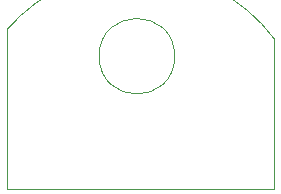
<source format=gbr>
%TF.GenerationSoftware,KiCad,Pcbnew,9.0.3*%
%TF.CreationDate,2025-08-07T15:10:49+10:00*%
%TF.ProjectId,motorMount,6d6f746f-724d-46f7-956e-742e6b696361,rev?*%
%TF.SameCoordinates,Original*%
%TF.FileFunction,Profile,NP*%
%FSLAX46Y46*%
G04 Gerber Fmt 4.6, Leading zero omitted, Abs format (unit mm)*
G04 Created by KiCad (PCBNEW 9.0.3) date 2025-08-07 15:10:49*
%MOMM*%
%LPD*%
G01*
G04 APERTURE LIST*
%TA.AperFunction,Profile*%
%ADD10C,0.050000*%
%TD*%
G04 APERTURE END LIST*
D10*
X160127552Y-107500000D02*
X137500000Y-107500000D01*
X137500000Y-94000000D02*
X137500000Y-107500000D01*
X151700000Y-96250000D02*
G75*
G02*
X145300000Y-96250000I-3200000J0D01*
G01*
X145300000Y-96250000D02*
G75*
G02*
X151700000Y-96250000I3200000J0D01*
G01*
X160127552Y-94779335D02*
X160127552Y-107500000D01*
X137500000Y-94000000D02*
G75*
G02*
X160127552Y-94779333I11000000J-9500000D01*
G01*
M02*

</source>
